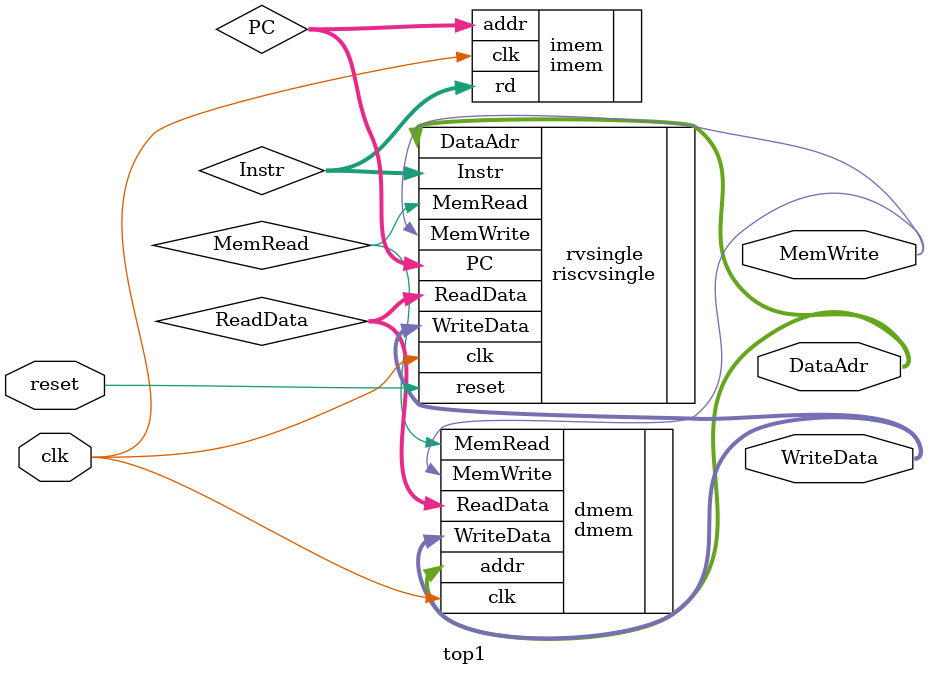
<source format=v>
module top1(
    input wire clk, reset,
    output [31:0] WriteData, DataAdr,
    output MemWrite
);
    wire [31:0] PC, Instr, ReadData;
 wire MemRead;
 
    riscvsingle rvsingle(
        .clk(clk),
        .reset(reset),
        .PC(PC),
        .Instr(Instr),
        .MemWrite(MemWrite),
	.MemRead(MemRead),
        .DataAdr(DataAdr),
        .WriteData(WriteData),
        .ReadData(ReadData)
    );

  
    imem imem(
	.clk(clk),
        .addr(PC),         
        .rd(Instr)      
    );

    
    dmem dmem(
        .clk(clk),         
        .MemWrite(MemWrite),     
        .addr(DataAdr),   
        .WriteData(WriteData),
        .ReadData(ReadData),
	.MemRead(MemRead)
    );

endmodule

</source>
